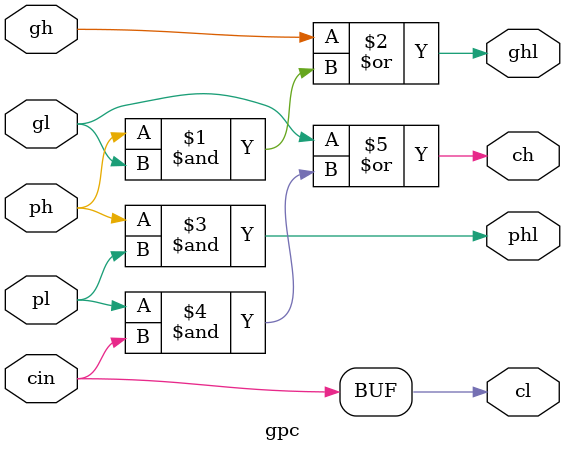
<source format=v>
module gpc (
  input gh,
  input ph,
  input gl,
  input pl,
  input cin,
  output ghl,
  output phl,
  output ch,
  output cl
);

  assign ghl = gh | (ph & gl);
  assign phl = ph & pl;
  assign ch = gl | (pl &cin);
  assign cl = cin;
endmodule

</source>
